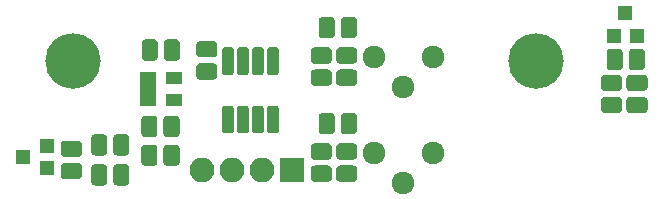
<source format=gbr>
G04 #@! TF.GenerationSoftware,KiCad,Pcbnew,(5.1.5)-3*
G04 #@! TF.CreationDate,2020-07-03T20:52:06-04:00*
G04 #@! TF.ProjectId,HallEffectXY-Endstop,48616c6c-4566-4666-9563-7458592d456e,A*
G04 #@! TF.SameCoordinates,Original*
G04 #@! TF.FileFunction,Soldermask,Top*
G04 #@! TF.FilePolarity,Negative*
%FSLAX46Y46*%
G04 Gerber Fmt 4.6, Leading zero omitted, Abs format (unit mm)*
G04 Created by KiCad (PCBNEW (5.1.5)-3) date 2020-07-03 20:52:06*
%MOMM*%
%LPD*%
G04 APERTURE LIST*
%ADD10C,0.200000*%
%ADD11C,0.100000*%
%ADD12R,1.300000X1.200000*%
%ADD13C,1.924000*%
%ADD14R,1.460000X1.050000*%
%ADD15R,1.200000X1.300000*%
%ADD16O,2.100000X2.100000*%
%ADD17R,2.100000X2.100000*%
%ADD18C,4.700000*%
G04 APERTURE END LIST*
D10*
X128000000Y-98750000D02*
G75*
G03X128000000Y-98750000I-250000J0D01*
G01*
X167250000Y-98750000D02*
G75*
G03X167250000Y-98750000I-250000J0D01*
G01*
D11*
G36*
X149633943Y-103110655D02*
G01*
X149667312Y-103115605D01*
X149700035Y-103123802D01*
X149731797Y-103135166D01*
X149762293Y-103149590D01*
X149791227Y-103166932D01*
X149818323Y-103187028D01*
X149843318Y-103209682D01*
X149865972Y-103234677D01*
X149886068Y-103261773D01*
X149903410Y-103290707D01*
X149917834Y-103321203D01*
X149929198Y-103352965D01*
X149937395Y-103385688D01*
X149942345Y-103419057D01*
X149944000Y-103452750D01*
X149944000Y-104565250D01*
X149942345Y-104598943D01*
X149937395Y-104632312D01*
X149929198Y-104665035D01*
X149917834Y-104696797D01*
X149903410Y-104727293D01*
X149886068Y-104756227D01*
X149865972Y-104783323D01*
X149843318Y-104808318D01*
X149818323Y-104830972D01*
X149791227Y-104851068D01*
X149762293Y-104868410D01*
X149731797Y-104882834D01*
X149700035Y-104894198D01*
X149667312Y-104902395D01*
X149633943Y-104907345D01*
X149600250Y-104909000D01*
X148912750Y-104909000D01*
X148879057Y-104907345D01*
X148845688Y-104902395D01*
X148812965Y-104894198D01*
X148781203Y-104882834D01*
X148750707Y-104868410D01*
X148721773Y-104851068D01*
X148694677Y-104830972D01*
X148669682Y-104808318D01*
X148647028Y-104783323D01*
X148626932Y-104756227D01*
X148609590Y-104727293D01*
X148595166Y-104696797D01*
X148583802Y-104665035D01*
X148575605Y-104632312D01*
X148570655Y-104598943D01*
X148569000Y-104565250D01*
X148569000Y-103452750D01*
X148570655Y-103419057D01*
X148575605Y-103385688D01*
X148583802Y-103352965D01*
X148595166Y-103321203D01*
X148609590Y-103290707D01*
X148626932Y-103261773D01*
X148647028Y-103234677D01*
X148669682Y-103209682D01*
X148694677Y-103187028D01*
X148721773Y-103166932D01*
X148750707Y-103149590D01*
X148781203Y-103135166D01*
X148812965Y-103123802D01*
X148845688Y-103115605D01*
X148879057Y-103110655D01*
X148912750Y-103109000D01*
X149600250Y-103109000D01*
X149633943Y-103110655D01*
G37*
G36*
X151508943Y-103110655D02*
G01*
X151542312Y-103115605D01*
X151575035Y-103123802D01*
X151606797Y-103135166D01*
X151637293Y-103149590D01*
X151666227Y-103166932D01*
X151693323Y-103187028D01*
X151718318Y-103209682D01*
X151740972Y-103234677D01*
X151761068Y-103261773D01*
X151778410Y-103290707D01*
X151792834Y-103321203D01*
X151804198Y-103352965D01*
X151812395Y-103385688D01*
X151817345Y-103419057D01*
X151819000Y-103452750D01*
X151819000Y-104565250D01*
X151817345Y-104598943D01*
X151812395Y-104632312D01*
X151804198Y-104665035D01*
X151792834Y-104696797D01*
X151778410Y-104727293D01*
X151761068Y-104756227D01*
X151740972Y-104783323D01*
X151718318Y-104808318D01*
X151693323Y-104830972D01*
X151666227Y-104851068D01*
X151637293Y-104868410D01*
X151606797Y-104882834D01*
X151575035Y-104894198D01*
X151542312Y-104902395D01*
X151508943Y-104907345D01*
X151475250Y-104909000D01*
X150787750Y-104909000D01*
X150754057Y-104907345D01*
X150720688Y-104902395D01*
X150687965Y-104894198D01*
X150656203Y-104882834D01*
X150625707Y-104868410D01*
X150596773Y-104851068D01*
X150569677Y-104830972D01*
X150544682Y-104808318D01*
X150522028Y-104783323D01*
X150501932Y-104756227D01*
X150484590Y-104727293D01*
X150470166Y-104696797D01*
X150458802Y-104665035D01*
X150450605Y-104632312D01*
X150445655Y-104598943D01*
X150444000Y-104565250D01*
X150444000Y-103452750D01*
X150445655Y-103419057D01*
X150450605Y-103385688D01*
X150458802Y-103352965D01*
X150470166Y-103321203D01*
X150484590Y-103290707D01*
X150501932Y-103261773D01*
X150522028Y-103234677D01*
X150544682Y-103209682D01*
X150569677Y-103187028D01*
X150596773Y-103166932D01*
X150625707Y-103149590D01*
X150656203Y-103135166D01*
X150687965Y-103123802D01*
X150720688Y-103115605D01*
X150754057Y-103110655D01*
X150787750Y-103109000D01*
X151475250Y-103109000D01*
X151508943Y-103110655D01*
G37*
G36*
X151545943Y-105687655D02*
G01*
X151579312Y-105692605D01*
X151612035Y-105700802D01*
X151643797Y-105712166D01*
X151674293Y-105726590D01*
X151703227Y-105743932D01*
X151730323Y-105764028D01*
X151755318Y-105786682D01*
X151777972Y-105811677D01*
X151798068Y-105838773D01*
X151815410Y-105867707D01*
X151829834Y-105898203D01*
X151841198Y-105929965D01*
X151849395Y-105962688D01*
X151854345Y-105996057D01*
X151856000Y-106029750D01*
X151856000Y-106717250D01*
X151854345Y-106750943D01*
X151849395Y-106784312D01*
X151841198Y-106817035D01*
X151829834Y-106848797D01*
X151815410Y-106879293D01*
X151798068Y-106908227D01*
X151777972Y-106935323D01*
X151755318Y-106960318D01*
X151730323Y-106982972D01*
X151703227Y-107003068D01*
X151674293Y-107020410D01*
X151643797Y-107034834D01*
X151612035Y-107046198D01*
X151579312Y-107054395D01*
X151545943Y-107059345D01*
X151512250Y-107061000D01*
X150399750Y-107061000D01*
X150366057Y-107059345D01*
X150332688Y-107054395D01*
X150299965Y-107046198D01*
X150268203Y-107034834D01*
X150237707Y-107020410D01*
X150208773Y-107003068D01*
X150181677Y-106982972D01*
X150156682Y-106960318D01*
X150134028Y-106935323D01*
X150113932Y-106908227D01*
X150096590Y-106879293D01*
X150082166Y-106848797D01*
X150070802Y-106817035D01*
X150062605Y-106784312D01*
X150057655Y-106750943D01*
X150056000Y-106717250D01*
X150056000Y-106029750D01*
X150057655Y-105996057D01*
X150062605Y-105962688D01*
X150070802Y-105929965D01*
X150082166Y-105898203D01*
X150096590Y-105867707D01*
X150113932Y-105838773D01*
X150134028Y-105811677D01*
X150156682Y-105786682D01*
X150181677Y-105764028D01*
X150208773Y-105743932D01*
X150237707Y-105726590D01*
X150268203Y-105712166D01*
X150299965Y-105700802D01*
X150332688Y-105692605D01*
X150366057Y-105687655D01*
X150399750Y-105686000D01*
X151512250Y-105686000D01*
X151545943Y-105687655D01*
G37*
G36*
X151545943Y-107562655D02*
G01*
X151579312Y-107567605D01*
X151612035Y-107575802D01*
X151643797Y-107587166D01*
X151674293Y-107601590D01*
X151703227Y-107618932D01*
X151730323Y-107639028D01*
X151755318Y-107661682D01*
X151777972Y-107686677D01*
X151798068Y-107713773D01*
X151815410Y-107742707D01*
X151829834Y-107773203D01*
X151841198Y-107804965D01*
X151849395Y-107837688D01*
X151854345Y-107871057D01*
X151856000Y-107904750D01*
X151856000Y-108592250D01*
X151854345Y-108625943D01*
X151849395Y-108659312D01*
X151841198Y-108692035D01*
X151829834Y-108723797D01*
X151815410Y-108754293D01*
X151798068Y-108783227D01*
X151777972Y-108810323D01*
X151755318Y-108835318D01*
X151730323Y-108857972D01*
X151703227Y-108878068D01*
X151674293Y-108895410D01*
X151643797Y-108909834D01*
X151612035Y-108921198D01*
X151579312Y-108929395D01*
X151545943Y-108934345D01*
X151512250Y-108936000D01*
X150399750Y-108936000D01*
X150366057Y-108934345D01*
X150332688Y-108929395D01*
X150299965Y-108921198D01*
X150268203Y-108909834D01*
X150237707Y-108895410D01*
X150208773Y-108878068D01*
X150181677Y-108857972D01*
X150156682Y-108835318D01*
X150134028Y-108810323D01*
X150113932Y-108783227D01*
X150096590Y-108754293D01*
X150082166Y-108723797D01*
X150070802Y-108692035D01*
X150062605Y-108659312D01*
X150057655Y-108625943D01*
X150056000Y-108592250D01*
X150056000Y-107904750D01*
X150057655Y-107871057D01*
X150062605Y-107837688D01*
X150070802Y-107804965D01*
X150082166Y-107773203D01*
X150096590Y-107742707D01*
X150113932Y-107713773D01*
X150134028Y-107686677D01*
X150156682Y-107661682D01*
X150181677Y-107639028D01*
X150208773Y-107618932D01*
X150237707Y-107601590D01*
X150268203Y-107587166D01*
X150299965Y-107575802D01*
X150332688Y-107567605D01*
X150366057Y-107562655D01*
X150399750Y-107561000D01*
X151512250Y-107561000D01*
X151545943Y-107562655D01*
G37*
G36*
X149386943Y-105687655D02*
G01*
X149420312Y-105692605D01*
X149453035Y-105700802D01*
X149484797Y-105712166D01*
X149515293Y-105726590D01*
X149544227Y-105743932D01*
X149571323Y-105764028D01*
X149596318Y-105786682D01*
X149618972Y-105811677D01*
X149639068Y-105838773D01*
X149656410Y-105867707D01*
X149670834Y-105898203D01*
X149682198Y-105929965D01*
X149690395Y-105962688D01*
X149695345Y-105996057D01*
X149697000Y-106029750D01*
X149697000Y-106717250D01*
X149695345Y-106750943D01*
X149690395Y-106784312D01*
X149682198Y-106817035D01*
X149670834Y-106848797D01*
X149656410Y-106879293D01*
X149639068Y-106908227D01*
X149618972Y-106935323D01*
X149596318Y-106960318D01*
X149571323Y-106982972D01*
X149544227Y-107003068D01*
X149515293Y-107020410D01*
X149484797Y-107034834D01*
X149453035Y-107046198D01*
X149420312Y-107054395D01*
X149386943Y-107059345D01*
X149353250Y-107061000D01*
X148240750Y-107061000D01*
X148207057Y-107059345D01*
X148173688Y-107054395D01*
X148140965Y-107046198D01*
X148109203Y-107034834D01*
X148078707Y-107020410D01*
X148049773Y-107003068D01*
X148022677Y-106982972D01*
X147997682Y-106960318D01*
X147975028Y-106935323D01*
X147954932Y-106908227D01*
X147937590Y-106879293D01*
X147923166Y-106848797D01*
X147911802Y-106817035D01*
X147903605Y-106784312D01*
X147898655Y-106750943D01*
X147897000Y-106717250D01*
X147897000Y-106029750D01*
X147898655Y-105996057D01*
X147903605Y-105962688D01*
X147911802Y-105929965D01*
X147923166Y-105898203D01*
X147937590Y-105867707D01*
X147954932Y-105838773D01*
X147975028Y-105811677D01*
X147997682Y-105786682D01*
X148022677Y-105764028D01*
X148049773Y-105743932D01*
X148078707Y-105726590D01*
X148109203Y-105712166D01*
X148140965Y-105700802D01*
X148173688Y-105692605D01*
X148207057Y-105687655D01*
X148240750Y-105686000D01*
X149353250Y-105686000D01*
X149386943Y-105687655D01*
G37*
G36*
X149386943Y-107562655D02*
G01*
X149420312Y-107567605D01*
X149453035Y-107575802D01*
X149484797Y-107587166D01*
X149515293Y-107601590D01*
X149544227Y-107618932D01*
X149571323Y-107639028D01*
X149596318Y-107661682D01*
X149618972Y-107686677D01*
X149639068Y-107713773D01*
X149656410Y-107742707D01*
X149670834Y-107773203D01*
X149682198Y-107804965D01*
X149690395Y-107837688D01*
X149695345Y-107871057D01*
X149697000Y-107904750D01*
X149697000Y-108592250D01*
X149695345Y-108625943D01*
X149690395Y-108659312D01*
X149682198Y-108692035D01*
X149670834Y-108723797D01*
X149656410Y-108754293D01*
X149639068Y-108783227D01*
X149618972Y-108810323D01*
X149596318Y-108835318D01*
X149571323Y-108857972D01*
X149544227Y-108878068D01*
X149515293Y-108895410D01*
X149484797Y-108909834D01*
X149453035Y-108921198D01*
X149420312Y-108929395D01*
X149386943Y-108934345D01*
X149353250Y-108936000D01*
X148240750Y-108936000D01*
X148207057Y-108934345D01*
X148173688Y-108929395D01*
X148140965Y-108921198D01*
X148109203Y-108909834D01*
X148078707Y-108895410D01*
X148049773Y-108878068D01*
X148022677Y-108857972D01*
X147997682Y-108835318D01*
X147975028Y-108810323D01*
X147954932Y-108783227D01*
X147937590Y-108754293D01*
X147923166Y-108723797D01*
X147911802Y-108692035D01*
X147903605Y-108659312D01*
X147898655Y-108625943D01*
X147897000Y-108592250D01*
X147897000Y-107904750D01*
X147898655Y-107871057D01*
X147903605Y-107837688D01*
X147911802Y-107804965D01*
X147923166Y-107773203D01*
X147937590Y-107742707D01*
X147954932Y-107713773D01*
X147975028Y-107686677D01*
X147997682Y-107661682D01*
X148022677Y-107639028D01*
X148049773Y-107618932D01*
X148078707Y-107601590D01*
X148109203Y-107587166D01*
X148140965Y-107575802D01*
X148173688Y-107567605D01*
X148207057Y-107562655D01*
X148240750Y-107561000D01*
X149353250Y-107561000D01*
X149386943Y-107562655D01*
G37*
G36*
X128226443Y-107336655D02*
G01*
X128259812Y-107341605D01*
X128292535Y-107349802D01*
X128324297Y-107361166D01*
X128354793Y-107375590D01*
X128383727Y-107392932D01*
X128410823Y-107413028D01*
X128435818Y-107435682D01*
X128458472Y-107460677D01*
X128478568Y-107487773D01*
X128495910Y-107516707D01*
X128510334Y-107547203D01*
X128521698Y-107578965D01*
X128529895Y-107611688D01*
X128534845Y-107645057D01*
X128536500Y-107678750D01*
X128536500Y-108366250D01*
X128534845Y-108399943D01*
X128529895Y-108433312D01*
X128521698Y-108466035D01*
X128510334Y-108497797D01*
X128495910Y-108528293D01*
X128478568Y-108557227D01*
X128458472Y-108584323D01*
X128435818Y-108609318D01*
X128410823Y-108631972D01*
X128383727Y-108652068D01*
X128354793Y-108669410D01*
X128324297Y-108683834D01*
X128292535Y-108695198D01*
X128259812Y-108703395D01*
X128226443Y-108708345D01*
X128192750Y-108710000D01*
X127080250Y-108710000D01*
X127046557Y-108708345D01*
X127013188Y-108703395D01*
X126980465Y-108695198D01*
X126948703Y-108683834D01*
X126918207Y-108669410D01*
X126889273Y-108652068D01*
X126862177Y-108631972D01*
X126837182Y-108609318D01*
X126814528Y-108584323D01*
X126794432Y-108557227D01*
X126777090Y-108528293D01*
X126762666Y-108497797D01*
X126751302Y-108466035D01*
X126743105Y-108433312D01*
X126738155Y-108399943D01*
X126736500Y-108366250D01*
X126736500Y-107678750D01*
X126738155Y-107645057D01*
X126743105Y-107611688D01*
X126751302Y-107578965D01*
X126762666Y-107547203D01*
X126777090Y-107516707D01*
X126794432Y-107487773D01*
X126814528Y-107460677D01*
X126837182Y-107435682D01*
X126862177Y-107413028D01*
X126889273Y-107392932D01*
X126918207Y-107375590D01*
X126948703Y-107361166D01*
X126980465Y-107349802D01*
X127013188Y-107341605D01*
X127046557Y-107336655D01*
X127080250Y-107335000D01*
X128192750Y-107335000D01*
X128226443Y-107336655D01*
G37*
G36*
X128226443Y-105461655D02*
G01*
X128259812Y-105466605D01*
X128292535Y-105474802D01*
X128324297Y-105486166D01*
X128354793Y-105500590D01*
X128383727Y-105517932D01*
X128410823Y-105538028D01*
X128435818Y-105560682D01*
X128458472Y-105585677D01*
X128478568Y-105612773D01*
X128495910Y-105641707D01*
X128510334Y-105672203D01*
X128521698Y-105703965D01*
X128529895Y-105736688D01*
X128534845Y-105770057D01*
X128536500Y-105803750D01*
X128536500Y-106491250D01*
X128534845Y-106524943D01*
X128529895Y-106558312D01*
X128521698Y-106591035D01*
X128510334Y-106622797D01*
X128495910Y-106653293D01*
X128478568Y-106682227D01*
X128458472Y-106709323D01*
X128435818Y-106734318D01*
X128410823Y-106756972D01*
X128383727Y-106777068D01*
X128354793Y-106794410D01*
X128324297Y-106808834D01*
X128292535Y-106820198D01*
X128259812Y-106828395D01*
X128226443Y-106833345D01*
X128192750Y-106835000D01*
X127080250Y-106835000D01*
X127046557Y-106833345D01*
X127013188Y-106828395D01*
X126980465Y-106820198D01*
X126948703Y-106808834D01*
X126918207Y-106794410D01*
X126889273Y-106777068D01*
X126862177Y-106756972D01*
X126837182Y-106734318D01*
X126814528Y-106709323D01*
X126794432Y-106682227D01*
X126777090Y-106653293D01*
X126762666Y-106622797D01*
X126751302Y-106591035D01*
X126743105Y-106558312D01*
X126738155Y-106524943D01*
X126736500Y-106491250D01*
X126736500Y-105803750D01*
X126738155Y-105770057D01*
X126743105Y-105736688D01*
X126751302Y-105703965D01*
X126762666Y-105672203D01*
X126777090Y-105641707D01*
X126794432Y-105612773D01*
X126814528Y-105585677D01*
X126837182Y-105560682D01*
X126862177Y-105538028D01*
X126889273Y-105517932D01*
X126918207Y-105500590D01*
X126948703Y-105486166D01*
X126980465Y-105474802D01*
X127013188Y-105466605D01*
X127046557Y-105461655D01*
X127080250Y-105460000D01*
X128192750Y-105460000D01*
X128226443Y-105461655D01*
G37*
G36*
X130378443Y-107456655D02*
G01*
X130411812Y-107461605D01*
X130444535Y-107469802D01*
X130476297Y-107481166D01*
X130506793Y-107495590D01*
X130535727Y-107512932D01*
X130562823Y-107533028D01*
X130587818Y-107555682D01*
X130610472Y-107580677D01*
X130630568Y-107607773D01*
X130647910Y-107636707D01*
X130662334Y-107667203D01*
X130673698Y-107698965D01*
X130681895Y-107731688D01*
X130686845Y-107765057D01*
X130688500Y-107798750D01*
X130688500Y-108911250D01*
X130686845Y-108944943D01*
X130681895Y-108978312D01*
X130673698Y-109011035D01*
X130662334Y-109042797D01*
X130647910Y-109073293D01*
X130630568Y-109102227D01*
X130610472Y-109129323D01*
X130587818Y-109154318D01*
X130562823Y-109176972D01*
X130535727Y-109197068D01*
X130506793Y-109214410D01*
X130476297Y-109228834D01*
X130444535Y-109240198D01*
X130411812Y-109248395D01*
X130378443Y-109253345D01*
X130344750Y-109255000D01*
X129657250Y-109255000D01*
X129623557Y-109253345D01*
X129590188Y-109248395D01*
X129557465Y-109240198D01*
X129525703Y-109228834D01*
X129495207Y-109214410D01*
X129466273Y-109197068D01*
X129439177Y-109176972D01*
X129414182Y-109154318D01*
X129391528Y-109129323D01*
X129371432Y-109102227D01*
X129354090Y-109073293D01*
X129339666Y-109042797D01*
X129328302Y-109011035D01*
X129320105Y-108978312D01*
X129315155Y-108944943D01*
X129313500Y-108911250D01*
X129313500Y-107798750D01*
X129315155Y-107765057D01*
X129320105Y-107731688D01*
X129328302Y-107698965D01*
X129339666Y-107667203D01*
X129354090Y-107636707D01*
X129371432Y-107607773D01*
X129391528Y-107580677D01*
X129414182Y-107555682D01*
X129439177Y-107533028D01*
X129466273Y-107512932D01*
X129495207Y-107495590D01*
X129525703Y-107481166D01*
X129557465Y-107469802D01*
X129590188Y-107461605D01*
X129623557Y-107456655D01*
X129657250Y-107455000D01*
X130344750Y-107455000D01*
X130378443Y-107456655D01*
G37*
G36*
X132253443Y-107456655D02*
G01*
X132286812Y-107461605D01*
X132319535Y-107469802D01*
X132351297Y-107481166D01*
X132381793Y-107495590D01*
X132410727Y-107512932D01*
X132437823Y-107533028D01*
X132462818Y-107555682D01*
X132485472Y-107580677D01*
X132505568Y-107607773D01*
X132522910Y-107636707D01*
X132537334Y-107667203D01*
X132548698Y-107698965D01*
X132556895Y-107731688D01*
X132561845Y-107765057D01*
X132563500Y-107798750D01*
X132563500Y-108911250D01*
X132561845Y-108944943D01*
X132556895Y-108978312D01*
X132548698Y-109011035D01*
X132537334Y-109042797D01*
X132522910Y-109073293D01*
X132505568Y-109102227D01*
X132485472Y-109129323D01*
X132462818Y-109154318D01*
X132437823Y-109176972D01*
X132410727Y-109197068D01*
X132381793Y-109214410D01*
X132351297Y-109228834D01*
X132319535Y-109240198D01*
X132286812Y-109248395D01*
X132253443Y-109253345D01*
X132219750Y-109255000D01*
X131532250Y-109255000D01*
X131498557Y-109253345D01*
X131465188Y-109248395D01*
X131432465Y-109240198D01*
X131400703Y-109228834D01*
X131370207Y-109214410D01*
X131341273Y-109197068D01*
X131314177Y-109176972D01*
X131289182Y-109154318D01*
X131266528Y-109129323D01*
X131246432Y-109102227D01*
X131229090Y-109073293D01*
X131214666Y-109042797D01*
X131203302Y-109011035D01*
X131195105Y-108978312D01*
X131190155Y-108944943D01*
X131188500Y-108911250D01*
X131188500Y-107798750D01*
X131190155Y-107765057D01*
X131195105Y-107731688D01*
X131203302Y-107698965D01*
X131214666Y-107667203D01*
X131229090Y-107636707D01*
X131246432Y-107607773D01*
X131266528Y-107580677D01*
X131289182Y-107555682D01*
X131314177Y-107533028D01*
X131341273Y-107512932D01*
X131370207Y-107495590D01*
X131400703Y-107481166D01*
X131432465Y-107469802D01*
X131465188Y-107461605D01*
X131498557Y-107456655D01*
X131532250Y-107455000D01*
X132219750Y-107455000D01*
X132253443Y-107456655D01*
G37*
D12*
X125588500Y-107781000D03*
X125588500Y-105881000D03*
X123588500Y-106831000D03*
D11*
G36*
X130378443Y-104916655D02*
G01*
X130411812Y-104921605D01*
X130444535Y-104929802D01*
X130476297Y-104941166D01*
X130506793Y-104955590D01*
X130535727Y-104972932D01*
X130562823Y-104993028D01*
X130587818Y-105015682D01*
X130610472Y-105040677D01*
X130630568Y-105067773D01*
X130647910Y-105096707D01*
X130662334Y-105127203D01*
X130673698Y-105158965D01*
X130681895Y-105191688D01*
X130686845Y-105225057D01*
X130688500Y-105258750D01*
X130688500Y-106371250D01*
X130686845Y-106404943D01*
X130681895Y-106438312D01*
X130673698Y-106471035D01*
X130662334Y-106502797D01*
X130647910Y-106533293D01*
X130630568Y-106562227D01*
X130610472Y-106589323D01*
X130587818Y-106614318D01*
X130562823Y-106636972D01*
X130535727Y-106657068D01*
X130506793Y-106674410D01*
X130476297Y-106688834D01*
X130444535Y-106700198D01*
X130411812Y-106708395D01*
X130378443Y-106713345D01*
X130344750Y-106715000D01*
X129657250Y-106715000D01*
X129623557Y-106713345D01*
X129590188Y-106708395D01*
X129557465Y-106700198D01*
X129525703Y-106688834D01*
X129495207Y-106674410D01*
X129466273Y-106657068D01*
X129439177Y-106636972D01*
X129414182Y-106614318D01*
X129391528Y-106589323D01*
X129371432Y-106562227D01*
X129354090Y-106533293D01*
X129339666Y-106502797D01*
X129328302Y-106471035D01*
X129320105Y-106438312D01*
X129315155Y-106404943D01*
X129313500Y-106371250D01*
X129313500Y-105258750D01*
X129315155Y-105225057D01*
X129320105Y-105191688D01*
X129328302Y-105158965D01*
X129339666Y-105127203D01*
X129354090Y-105096707D01*
X129371432Y-105067773D01*
X129391528Y-105040677D01*
X129414182Y-105015682D01*
X129439177Y-104993028D01*
X129466273Y-104972932D01*
X129495207Y-104955590D01*
X129525703Y-104941166D01*
X129557465Y-104929802D01*
X129590188Y-104921605D01*
X129623557Y-104916655D01*
X129657250Y-104915000D01*
X130344750Y-104915000D01*
X130378443Y-104916655D01*
G37*
G36*
X132253443Y-104916655D02*
G01*
X132286812Y-104921605D01*
X132319535Y-104929802D01*
X132351297Y-104941166D01*
X132381793Y-104955590D01*
X132410727Y-104972932D01*
X132437823Y-104993028D01*
X132462818Y-105015682D01*
X132485472Y-105040677D01*
X132505568Y-105067773D01*
X132522910Y-105096707D01*
X132537334Y-105127203D01*
X132548698Y-105158965D01*
X132556895Y-105191688D01*
X132561845Y-105225057D01*
X132563500Y-105258750D01*
X132563500Y-106371250D01*
X132561845Y-106404943D01*
X132556895Y-106438312D01*
X132548698Y-106471035D01*
X132537334Y-106502797D01*
X132522910Y-106533293D01*
X132505568Y-106562227D01*
X132485472Y-106589323D01*
X132462818Y-106614318D01*
X132437823Y-106636972D01*
X132410727Y-106657068D01*
X132381793Y-106674410D01*
X132351297Y-106688834D01*
X132319535Y-106700198D01*
X132286812Y-106708395D01*
X132253443Y-106713345D01*
X132219750Y-106715000D01*
X131532250Y-106715000D01*
X131498557Y-106713345D01*
X131465188Y-106708395D01*
X131432465Y-106700198D01*
X131400703Y-106688834D01*
X131370207Y-106674410D01*
X131341273Y-106657068D01*
X131314177Y-106636972D01*
X131289182Y-106614318D01*
X131266528Y-106589323D01*
X131246432Y-106562227D01*
X131229090Y-106533293D01*
X131214666Y-106502797D01*
X131203302Y-106471035D01*
X131195105Y-106438312D01*
X131190155Y-106404943D01*
X131188500Y-106371250D01*
X131188500Y-105258750D01*
X131190155Y-105225057D01*
X131195105Y-105191688D01*
X131203302Y-105158965D01*
X131214666Y-105127203D01*
X131229090Y-105096707D01*
X131246432Y-105067773D01*
X131266528Y-105040677D01*
X131289182Y-105015682D01*
X131314177Y-104993028D01*
X131341273Y-104972932D01*
X131370207Y-104955590D01*
X131400703Y-104941166D01*
X131432465Y-104929802D01*
X131465188Y-104921605D01*
X131498557Y-104916655D01*
X131532250Y-104915000D01*
X132219750Y-104915000D01*
X132253443Y-104916655D01*
G37*
G36*
X141169504Y-102501204D02*
G01*
X141193773Y-102504804D01*
X141217571Y-102510765D01*
X141240671Y-102519030D01*
X141262849Y-102529520D01*
X141283893Y-102542133D01*
X141303598Y-102556747D01*
X141321777Y-102573223D01*
X141338253Y-102591402D01*
X141352867Y-102611107D01*
X141365480Y-102632151D01*
X141375970Y-102654329D01*
X141384235Y-102677429D01*
X141390196Y-102701227D01*
X141393796Y-102725496D01*
X141395000Y-102750000D01*
X141395000Y-104600000D01*
X141393796Y-104624504D01*
X141390196Y-104648773D01*
X141384235Y-104672571D01*
X141375970Y-104695671D01*
X141365480Y-104717849D01*
X141352867Y-104738893D01*
X141338253Y-104758598D01*
X141321777Y-104776777D01*
X141303598Y-104793253D01*
X141283893Y-104807867D01*
X141262849Y-104820480D01*
X141240671Y-104830970D01*
X141217571Y-104839235D01*
X141193773Y-104845196D01*
X141169504Y-104848796D01*
X141145000Y-104850000D01*
X140645000Y-104850000D01*
X140620496Y-104848796D01*
X140596227Y-104845196D01*
X140572429Y-104839235D01*
X140549329Y-104830970D01*
X140527151Y-104820480D01*
X140506107Y-104807867D01*
X140486402Y-104793253D01*
X140468223Y-104776777D01*
X140451747Y-104758598D01*
X140437133Y-104738893D01*
X140424520Y-104717849D01*
X140414030Y-104695671D01*
X140405765Y-104672571D01*
X140399804Y-104648773D01*
X140396204Y-104624504D01*
X140395000Y-104600000D01*
X140395000Y-102750000D01*
X140396204Y-102725496D01*
X140399804Y-102701227D01*
X140405765Y-102677429D01*
X140414030Y-102654329D01*
X140424520Y-102632151D01*
X140437133Y-102611107D01*
X140451747Y-102591402D01*
X140468223Y-102573223D01*
X140486402Y-102556747D01*
X140506107Y-102542133D01*
X140527151Y-102529520D01*
X140549329Y-102519030D01*
X140572429Y-102510765D01*
X140596227Y-102504804D01*
X140620496Y-102501204D01*
X140645000Y-102500000D01*
X141145000Y-102500000D01*
X141169504Y-102501204D01*
G37*
G36*
X142439504Y-102501204D02*
G01*
X142463773Y-102504804D01*
X142487571Y-102510765D01*
X142510671Y-102519030D01*
X142532849Y-102529520D01*
X142553893Y-102542133D01*
X142573598Y-102556747D01*
X142591777Y-102573223D01*
X142608253Y-102591402D01*
X142622867Y-102611107D01*
X142635480Y-102632151D01*
X142645970Y-102654329D01*
X142654235Y-102677429D01*
X142660196Y-102701227D01*
X142663796Y-102725496D01*
X142665000Y-102750000D01*
X142665000Y-104600000D01*
X142663796Y-104624504D01*
X142660196Y-104648773D01*
X142654235Y-104672571D01*
X142645970Y-104695671D01*
X142635480Y-104717849D01*
X142622867Y-104738893D01*
X142608253Y-104758598D01*
X142591777Y-104776777D01*
X142573598Y-104793253D01*
X142553893Y-104807867D01*
X142532849Y-104820480D01*
X142510671Y-104830970D01*
X142487571Y-104839235D01*
X142463773Y-104845196D01*
X142439504Y-104848796D01*
X142415000Y-104850000D01*
X141915000Y-104850000D01*
X141890496Y-104848796D01*
X141866227Y-104845196D01*
X141842429Y-104839235D01*
X141819329Y-104830970D01*
X141797151Y-104820480D01*
X141776107Y-104807867D01*
X141756402Y-104793253D01*
X141738223Y-104776777D01*
X141721747Y-104758598D01*
X141707133Y-104738893D01*
X141694520Y-104717849D01*
X141684030Y-104695671D01*
X141675765Y-104672571D01*
X141669804Y-104648773D01*
X141666204Y-104624504D01*
X141665000Y-104600000D01*
X141665000Y-102750000D01*
X141666204Y-102725496D01*
X141669804Y-102701227D01*
X141675765Y-102677429D01*
X141684030Y-102654329D01*
X141694520Y-102632151D01*
X141707133Y-102611107D01*
X141721747Y-102591402D01*
X141738223Y-102573223D01*
X141756402Y-102556747D01*
X141776107Y-102542133D01*
X141797151Y-102529520D01*
X141819329Y-102519030D01*
X141842429Y-102510765D01*
X141866227Y-102504804D01*
X141890496Y-102501204D01*
X141915000Y-102500000D01*
X142415000Y-102500000D01*
X142439504Y-102501204D01*
G37*
G36*
X143709504Y-102501204D02*
G01*
X143733773Y-102504804D01*
X143757571Y-102510765D01*
X143780671Y-102519030D01*
X143802849Y-102529520D01*
X143823893Y-102542133D01*
X143843598Y-102556747D01*
X143861777Y-102573223D01*
X143878253Y-102591402D01*
X143892867Y-102611107D01*
X143905480Y-102632151D01*
X143915970Y-102654329D01*
X143924235Y-102677429D01*
X143930196Y-102701227D01*
X143933796Y-102725496D01*
X143935000Y-102750000D01*
X143935000Y-104600000D01*
X143933796Y-104624504D01*
X143930196Y-104648773D01*
X143924235Y-104672571D01*
X143915970Y-104695671D01*
X143905480Y-104717849D01*
X143892867Y-104738893D01*
X143878253Y-104758598D01*
X143861777Y-104776777D01*
X143843598Y-104793253D01*
X143823893Y-104807867D01*
X143802849Y-104820480D01*
X143780671Y-104830970D01*
X143757571Y-104839235D01*
X143733773Y-104845196D01*
X143709504Y-104848796D01*
X143685000Y-104850000D01*
X143185000Y-104850000D01*
X143160496Y-104848796D01*
X143136227Y-104845196D01*
X143112429Y-104839235D01*
X143089329Y-104830970D01*
X143067151Y-104820480D01*
X143046107Y-104807867D01*
X143026402Y-104793253D01*
X143008223Y-104776777D01*
X142991747Y-104758598D01*
X142977133Y-104738893D01*
X142964520Y-104717849D01*
X142954030Y-104695671D01*
X142945765Y-104672571D01*
X142939804Y-104648773D01*
X142936204Y-104624504D01*
X142935000Y-104600000D01*
X142935000Y-102750000D01*
X142936204Y-102725496D01*
X142939804Y-102701227D01*
X142945765Y-102677429D01*
X142954030Y-102654329D01*
X142964520Y-102632151D01*
X142977133Y-102611107D01*
X142991747Y-102591402D01*
X143008223Y-102573223D01*
X143026402Y-102556747D01*
X143046107Y-102542133D01*
X143067151Y-102529520D01*
X143089329Y-102519030D01*
X143112429Y-102510765D01*
X143136227Y-102504804D01*
X143160496Y-102501204D01*
X143185000Y-102500000D01*
X143685000Y-102500000D01*
X143709504Y-102501204D01*
G37*
G36*
X144979504Y-102501204D02*
G01*
X145003773Y-102504804D01*
X145027571Y-102510765D01*
X145050671Y-102519030D01*
X145072849Y-102529520D01*
X145093893Y-102542133D01*
X145113598Y-102556747D01*
X145131777Y-102573223D01*
X145148253Y-102591402D01*
X145162867Y-102611107D01*
X145175480Y-102632151D01*
X145185970Y-102654329D01*
X145194235Y-102677429D01*
X145200196Y-102701227D01*
X145203796Y-102725496D01*
X145205000Y-102750000D01*
X145205000Y-104600000D01*
X145203796Y-104624504D01*
X145200196Y-104648773D01*
X145194235Y-104672571D01*
X145185970Y-104695671D01*
X145175480Y-104717849D01*
X145162867Y-104738893D01*
X145148253Y-104758598D01*
X145131777Y-104776777D01*
X145113598Y-104793253D01*
X145093893Y-104807867D01*
X145072849Y-104820480D01*
X145050671Y-104830970D01*
X145027571Y-104839235D01*
X145003773Y-104845196D01*
X144979504Y-104848796D01*
X144955000Y-104850000D01*
X144455000Y-104850000D01*
X144430496Y-104848796D01*
X144406227Y-104845196D01*
X144382429Y-104839235D01*
X144359329Y-104830970D01*
X144337151Y-104820480D01*
X144316107Y-104807867D01*
X144296402Y-104793253D01*
X144278223Y-104776777D01*
X144261747Y-104758598D01*
X144247133Y-104738893D01*
X144234520Y-104717849D01*
X144224030Y-104695671D01*
X144215765Y-104672571D01*
X144209804Y-104648773D01*
X144206204Y-104624504D01*
X144205000Y-104600000D01*
X144205000Y-102750000D01*
X144206204Y-102725496D01*
X144209804Y-102701227D01*
X144215765Y-102677429D01*
X144224030Y-102654329D01*
X144234520Y-102632151D01*
X144247133Y-102611107D01*
X144261747Y-102591402D01*
X144278223Y-102573223D01*
X144296402Y-102556747D01*
X144316107Y-102542133D01*
X144337151Y-102529520D01*
X144359329Y-102519030D01*
X144382429Y-102510765D01*
X144406227Y-102504804D01*
X144430496Y-102501204D01*
X144455000Y-102500000D01*
X144955000Y-102500000D01*
X144979504Y-102501204D01*
G37*
G36*
X144979504Y-97551204D02*
G01*
X145003773Y-97554804D01*
X145027571Y-97560765D01*
X145050671Y-97569030D01*
X145072849Y-97579520D01*
X145093893Y-97592133D01*
X145113598Y-97606747D01*
X145131777Y-97623223D01*
X145148253Y-97641402D01*
X145162867Y-97661107D01*
X145175480Y-97682151D01*
X145185970Y-97704329D01*
X145194235Y-97727429D01*
X145200196Y-97751227D01*
X145203796Y-97775496D01*
X145205000Y-97800000D01*
X145205000Y-99650000D01*
X145203796Y-99674504D01*
X145200196Y-99698773D01*
X145194235Y-99722571D01*
X145185970Y-99745671D01*
X145175480Y-99767849D01*
X145162867Y-99788893D01*
X145148253Y-99808598D01*
X145131777Y-99826777D01*
X145113598Y-99843253D01*
X145093893Y-99857867D01*
X145072849Y-99870480D01*
X145050671Y-99880970D01*
X145027571Y-99889235D01*
X145003773Y-99895196D01*
X144979504Y-99898796D01*
X144955000Y-99900000D01*
X144455000Y-99900000D01*
X144430496Y-99898796D01*
X144406227Y-99895196D01*
X144382429Y-99889235D01*
X144359329Y-99880970D01*
X144337151Y-99870480D01*
X144316107Y-99857867D01*
X144296402Y-99843253D01*
X144278223Y-99826777D01*
X144261747Y-99808598D01*
X144247133Y-99788893D01*
X144234520Y-99767849D01*
X144224030Y-99745671D01*
X144215765Y-99722571D01*
X144209804Y-99698773D01*
X144206204Y-99674504D01*
X144205000Y-99650000D01*
X144205000Y-97800000D01*
X144206204Y-97775496D01*
X144209804Y-97751227D01*
X144215765Y-97727429D01*
X144224030Y-97704329D01*
X144234520Y-97682151D01*
X144247133Y-97661107D01*
X144261747Y-97641402D01*
X144278223Y-97623223D01*
X144296402Y-97606747D01*
X144316107Y-97592133D01*
X144337151Y-97579520D01*
X144359329Y-97569030D01*
X144382429Y-97560765D01*
X144406227Y-97554804D01*
X144430496Y-97551204D01*
X144455000Y-97550000D01*
X144955000Y-97550000D01*
X144979504Y-97551204D01*
G37*
G36*
X143709504Y-97551204D02*
G01*
X143733773Y-97554804D01*
X143757571Y-97560765D01*
X143780671Y-97569030D01*
X143802849Y-97579520D01*
X143823893Y-97592133D01*
X143843598Y-97606747D01*
X143861777Y-97623223D01*
X143878253Y-97641402D01*
X143892867Y-97661107D01*
X143905480Y-97682151D01*
X143915970Y-97704329D01*
X143924235Y-97727429D01*
X143930196Y-97751227D01*
X143933796Y-97775496D01*
X143935000Y-97800000D01*
X143935000Y-99650000D01*
X143933796Y-99674504D01*
X143930196Y-99698773D01*
X143924235Y-99722571D01*
X143915970Y-99745671D01*
X143905480Y-99767849D01*
X143892867Y-99788893D01*
X143878253Y-99808598D01*
X143861777Y-99826777D01*
X143843598Y-99843253D01*
X143823893Y-99857867D01*
X143802849Y-99870480D01*
X143780671Y-99880970D01*
X143757571Y-99889235D01*
X143733773Y-99895196D01*
X143709504Y-99898796D01*
X143685000Y-99900000D01*
X143185000Y-99900000D01*
X143160496Y-99898796D01*
X143136227Y-99895196D01*
X143112429Y-99889235D01*
X143089329Y-99880970D01*
X143067151Y-99870480D01*
X143046107Y-99857867D01*
X143026402Y-99843253D01*
X143008223Y-99826777D01*
X142991747Y-99808598D01*
X142977133Y-99788893D01*
X142964520Y-99767849D01*
X142954030Y-99745671D01*
X142945765Y-99722571D01*
X142939804Y-99698773D01*
X142936204Y-99674504D01*
X142935000Y-99650000D01*
X142935000Y-97800000D01*
X142936204Y-97775496D01*
X142939804Y-97751227D01*
X142945765Y-97727429D01*
X142954030Y-97704329D01*
X142964520Y-97682151D01*
X142977133Y-97661107D01*
X142991747Y-97641402D01*
X143008223Y-97623223D01*
X143026402Y-97606747D01*
X143046107Y-97592133D01*
X143067151Y-97579520D01*
X143089329Y-97569030D01*
X143112429Y-97560765D01*
X143136227Y-97554804D01*
X143160496Y-97551204D01*
X143185000Y-97550000D01*
X143685000Y-97550000D01*
X143709504Y-97551204D01*
G37*
G36*
X142439504Y-97551204D02*
G01*
X142463773Y-97554804D01*
X142487571Y-97560765D01*
X142510671Y-97569030D01*
X142532849Y-97579520D01*
X142553893Y-97592133D01*
X142573598Y-97606747D01*
X142591777Y-97623223D01*
X142608253Y-97641402D01*
X142622867Y-97661107D01*
X142635480Y-97682151D01*
X142645970Y-97704329D01*
X142654235Y-97727429D01*
X142660196Y-97751227D01*
X142663796Y-97775496D01*
X142665000Y-97800000D01*
X142665000Y-99650000D01*
X142663796Y-99674504D01*
X142660196Y-99698773D01*
X142654235Y-99722571D01*
X142645970Y-99745671D01*
X142635480Y-99767849D01*
X142622867Y-99788893D01*
X142608253Y-99808598D01*
X142591777Y-99826777D01*
X142573598Y-99843253D01*
X142553893Y-99857867D01*
X142532849Y-99870480D01*
X142510671Y-99880970D01*
X142487571Y-99889235D01*
X142463773Y-99895196D01*
X142439504Y-99898796D01*
X142415000Y-99900000D01*
X141915000Y-99900000D01*
X141890496Y-99898796D01*
X141866227Y-99895196D01*
X141842429Y-99889235D01*
X141819329Y-99880970D01*
X141797151Y-99870480D01*
X141776107Y-99857867D01*
X141756402Y-99843253D01*
X141738223Y-99826777D01*
X141721747Y-99808598D01*
X141707133Y-99788893D01*
X141694520Y-99767849D01*
X141684030Y-99745671D01*
X141675765Y-99722571D01*
X141669804Y-99698773D01*
X141666204Y-99674504D01*
X141665000Y-99650000D01*
X141665000Y-97800000D01*
X141666204Y-97775496D01*
X141669804Y-97751227D01*
X141675765Y-97727429D01*
X141684030Y-97704329D01*
X141694520Y-97682151D01*
X141707133Y-97661107D01*
X141721747Y-97641402D01*
X141738223Y-97623223D01*
X141756402Y-97606747D01*
X141776107Y-97592133D01*
X141797151Y-97579520D01*
X141819329Y-97569030D01*
X141842429Y-97560765D01*
X141866227Y-97554804D01*
X141890496Y-97551204D01*
X141915000Y-97550000D01*
X142415000Y-97550000D01*
X142439504Y-97551204D01*
G37*
G36*
X141169504Y-97551204D02*
G01*
X141193773Y-97554804D01*
X141217571Y-97560765D01*
X141240671Y-97569030D01*
X141262849Y-97579520D01*
X141283893Y-97592133D01*
X141303598Y-97606747D01*
X141321777Y-97623223D01*
X141338253Y-97641402D01*
X141352867Y-97661107D01*
X141365480Y-97682151D01*
X141375970Y-97704329D01*
X141384235Y-97727429D01*
X141390196Y-97751227D01*
X141393796Y-97775496D01*
X141395000Y-97800000D01*
X141395000Y-99650000D01*
X141393796Y-99674504D01*
X141390196Y-99698773D01*
X141384235Y-99722571D01*
X141375970Y-99745671D01*
X141365480Y-99767849D01*
X141352867Y-99788893D01*
X141338253Y-99808598D01*
X141321777Y-99826777D01*
X141303598Y-99843253D01*
X141283893Y-99857867D01*
X141262849Y-99870480D01*
X141240671Y-99880970D01*
X141217571Y-99889235D01*
X141193773Y-99895196D01*
X141169504Y-99898796D01*
X141145000Y-99900000D01*
X140645000Y-99900000D01*
X140620496Y-99898796D01*
X140596227Y-99895196D01*
X140572429Y-99889235D01*
X140549329Y-99880970D01*
X140527151Y-99870480D01*
X140506107Y-99857867D01*
X140486402Y-99843253D01*
X140468223Y-99826777D01*
X140451747Y-99808598D01*
X140437133Y-99788893D01*
X140424520Y-99767849D01*
X140414030Y-99745671D01*
X140405765Y-99722571D01*
X140399804Y-99698773D01*
X140396204Y-99674504D01*
X140395000Y-99650000D01*
X140395000Y-97800000D01*
X140396204Y-97775496D01*
X140399804Y-97751227D01*
X140405765Y-97727429D01*
X140414030Y-97704329D01*
X140424520Y-97682151D01*
X140437133Y-97661107D01*
X140451747Y-97641402D01*
X140468223Y-97623223D01*
X140486402Y-97606747D01*
X140506107Y-97592133D01*
X140527151Y-97579520D01*
X140549329Y-97569030D01*
X140572429Y-97560765D01*
X140596227Y-97554804D01*
X140620496Y-97551204D01*
X140645000Y-97550000D01*
X141145000Y-97550000D01*
X141169504Y-97551204D01*
G37*
D13*
X158254000Y-106534000D03*
X155754000Y-109034000D03*
X153254000Y-106534000D03*
X158254000Y-98406000D03*
X155754000Y-100906000D03*
X153254000Y-98406000D03*
D14*
X136308000Y-100138000D03*
X136308000Y-102038000D03*
X134108000Y-102038000D03*
X134108000Y-101088000D03*
X134108000Y-100138000D03*
D15*
X174550000Y-94612000D03*
X175500000Y-96612000D03*
X173600000Y-96612000D03*
D11*
G36*
X173961443Y-101750655D02*
G01*
X173994812Y-101755605D01*
X174027535Y-101763802D01*
X174059297Y-101775166D01*
X174089793Y-101789590D01*
X174118727Y-101806932D01*
X174145823Y-101827028D01*
X174170818Y-101849682D01*
X174193472Y-101874677D01*
X174213568Y-101901773D01*
X174230910Y-101930707D01*
X174245334Y-101961203D01*
X174256698Y-101992965D01*
X174264895Y-102025688D01*
X174269845Y-102059057D01*
X174271500Y-102092750D01*
X174271500Y-102780250D01*
X174269845Y-102813943D01*
X174264895Y-102847312D01*
X174256698Y-102880035D01*
X174245334Y-102911797D01*
X174230910Y-102942293D01*
X174213568Y-102971227D01*
X174193472Y-102998323D01*
X174170818Y-103023318D01*
X174145823Y-103045972D01*
X174118727Y-103066068D01*
X174089793Y-103083410D01*
X174059297Y-103097834D01*
X174027535Y-103109198D01*
X173994812Y-103117395D01*
X173961443Y-103122345D01*
X173927750Y-103124000D01*
X172815250Y-103124000D01*
X172781557Y-103122345D01*
X172748188Y-103117395D01*
X172715465Y-103109198D01*
X172683703Y-103097834D01*
X172653207Y-103083410D01*
X172624273Y-103066068D01*
X172597177Y-103045972D01*
X172572182Y-103023318D01*
X172549528Y-102998323D01*
X172529432Y-102971227D01*
X172512090Y-102942293D01*
X172497666Y-102911797D01*
X172486302Y-102880035D01*
X172478105Y-102847312D01*
X172473155Y-102813943D01*
X172471500Y-102780250D01*
X172471500Y-102092750D01*
X172473155Y-102059057D01*
X172478105Y-102025688D01*
X172486302Y-101992965D01*
X172497666Y-101961203D01*
X172512090Y-101930707D01*
X172529432Y-101901773D01*
X172549528Y-101874677D01*
X172572182Y-101849682D01*
X172597177Y-101827028D01*
X172624273Y-101806932D01*
X172653207Y-101789590D01*
X172683703Y-101775166D01*
X172715465Y-101763802D01*
X172748188Y-101755605D01*
X172781557Y-101750655D01*
X172815250Y-101749000D01*
X173927750Y-101749000D01*
X173961443Y-101750655D01*
G37*
G36*
X173961443Y-99875655D02*
G01*
X173994812Y-99880605D01*
X174027535Y-99888802D01*
X174059297Y-99900166D01*
X174089793Y-99914590D01*
X174118727Y-99931932D01*
X174145823Y-99952028D01*
X174170818Y-99974682D01*
X174193472Y-99999677D01*
X174213568Y-100026773D01*
X174230910Y-100055707D01*
X174245334Y-100086203D01*
X174256698Y-100117965D01*
X174264895Y-100150688D01*
X174269845Y-100184057D01*
X174271500Y-100217750D01*
X174271500Y-100905250D01*
X174269845Y-100938943D01*
X174264895Y-100972312D01*
X174256698Y-101005035D01*
X174245334Y-101036797D01*
X174230910Y-101067293D01*
X174213568Y-101096227D01*
X174193472Y-101123323D01*
X174170818Y-101148318D01*
X174145823Y-101170972D01*
X174118727Y-101191068D01*
X174089793Y-101208410D01*
X174059297Y-101222834D01*
X174027535Y-101234198D01*
X173994812Y-101242395D01*
X173961443Y-101247345D01*
X173927750Y-101249000D01*
X172815250Y-101249000D01*
X172781557Y-101247345D01*
X172748188Y-101242395D01*
X172715465Y-101234198D01*
X172683703Y-101222834D01*
X172653207Y-101208410D01*
X172624273Y-101191068D01*
X172597177Y-101170972D01*
X172572182Y-101148318D01*
X172549528Y-101123323D01*
X172529432Y-101096227D01*
X172512090Y-101067293D01*
X172497666Y-101036797D01*
X172486302Y-101005035D01*
X172478105Y-100972312D01*
X172473155Y-100938943D01*
X172471500Y-100905250D01*
X172471500Y-100217750D01*
X172473155Y-100184057D01*
X172478105Y-100150688D01*
X172486302Y-100117965D01*
X172497666Y-100086203D01*
X172512090Y-100055707D01*
X172529432Y-100026773D01*
X172549528Y-99999677D01*
X172572182Y-99974682D01*
X172597177Y-99952028D01*
X172624273Y-99931932D01*
X172653207Y-99914590D01*
X172683703Y-99900166D01*
X172715465Y-99888802D01*
X172748188Y-99880605D01*
X172781557Y-99875655D01*
X172815250Y-99874000D01*
X173927750Y-99874000D01*
X173961443Y-99875655D01*
G37*
G36*
X151545943Y-99434655D02*
G01*
X151579312Y-99439605D01*
X151612035Y-99447802D01*
X151643797Y-99459166D01*
X151674293Y-99473590D01*
X151703227Y-99490932D01*
X151730323Y-99511028D01*
X151755318Y-99533682D01*
X151777972Y-99558677D01*
X151798068Y-99585773D01*
X151815410Y-99614707D01*
X151829834Y-99645203D01*
X151841198Y-99676965D01*
X151849395Y-99709688D01*
X151854345Y-99743057D01*
X151856000Y-99776750D01*
X151856000Y-100464250D01*
X151854345Y-100497943D01*
X151849395Y-100531312D01*
X151841198Y-100564035D01*
X151829834Y-100595797D01*
X151815410Y-100626293D01*
X151798068Y-100655227D01*
X151777972Y-100682323D01*
X151755318Y-100707318D01*
X151730323Y-100729972D01*
X151703227Y-100750068D01*
X151674293Y-100767410D01*
X151643797Y-100781834D01*
X151612035Y-100793198D01*
X151579312Y-100801395D01*
X151545943Y-100806345D01*
X151512250Y-100808000D01*
X150399750Y-100808000D01*
X150366057Y-100806345D01*
X150332688Y-100801395D01*
X150299965Y-100793198D01*
X150268203Y-100781834D01*
X150237707Y-100767410D01*
X150208773Y-100750068D01*
X150181677Y-100729972D01*
X150156682Y-100707318D01*
X150134028Y-100682323D01*
X150113932Y-100655227D01*
X150096590Y-100626293D01*
X150082166Y-100595797D01*
X150070802Y-100564035D01*
X150062605Y-100531312D01*
X150057655Y-100497943D01*
X150056000Y-100464250D01*
X150056000Y-99776750D01*
X150057655Y-99743057D01*
X150062605Y-99709688D01*
X150070802Y-99676965D01*
X150082166Y-99645203D01*
X150096590Y-99614707D01*
X150113932Y-99585773D01*
X150134028Y-99558677D01*
X150156682Y-99533682D01*
X150181677Y-99511028D01*
X150208773Y-99490932D01*
X150237707Y-99473590D01*
X150268203Y-99459166D01*
X150299965Y-99447802D01*
X150332688Y-99439605D01*
X150366057Y-99434655D01*
X150399750Y-99433000D01*
X151512250Y-99433000D01*
X151545943Y-99434655D01*
G37*
G36*
X151545943Y-97559655D02*
G01*
X151579312Y-97564605D01*
X151612035Y-97572802D01*
X151643797Y-97584166D01*
X151674293Y-97598590D01*
X151703227Y-97615932D01*
X151730323Y-97636028D01*
X151755318Y-97658682D01*
X151777972Y-97683677D01*
X151798068Y-97710773D01*
X151815410Y-97739707D01*
X151829834Y-97770203D01*
X151841198Y-97801965D01*
X151849395Y-97834688D01*
X151854345Y-97868057D01*
X151856000Y-97901750D01*
X151856000Y-98589250D01*
X151854345Y-98622943D01*
X151849395Y-98656312D01*
X151841198Y-98689035D01*
X151829834Y-98720797D01*
X151815410Y-98751293D01*
X151798068Y-98780227D01*
X151777972Y-98807323D01*
X151755318Y-98832318D01*
X151730323Y-98854972D01*
X151703227Y-98875068D01*
X151674293Y-98892410D01*
X151643797Y-98906834D01*
X151612035Y-98918198D01*
X151579312Y-98926395D01*
X151545943Y-98931345D01*
X151512250Y-98933000D01*
X150399750Y-98933000D01*
X150366057Y-98931345D01*
X150332688Y-98926395D01*
X150299965Y-98918198D01*
X150268203Y-98906834D01*
X150237707Y-98892410D01*
X150208773Y-98875068D01*
X150181677Y-98854972D01*
X150156682Y-98832318D01*
X150134028Y-98807323D01*
X150113932Y-98780227D01*
X150096590Y-98751293D01*
X150082166Y-98720797D01*
X150070802Y-98689035D01*
X150062605Y-98656312D01*
X150057655Y-98622943D01*
X150056000Y-98589250D01*
X150056000Y-97901750D01*
X150057655Y-97868057D01*
X150062605Y-97834688D01*
X150070802Y-97801965D01*
X150082166Y-97770203D01*
X150096590Y-97739707D01*
X150113932Y-97710773D01*
X150134028Y-97683677D01*
X150156682Y-97658682D01*
X150181677Y-97636028D01*
X150208773Y-97615932D01*
X150237707Y-97598590D01*
X150268203Y-97584166D01*
X150299965Y-97572802D01*
X150332688Y-97564605D01*
X150366057Y-97559655D01*
X150399750Y-97558000D01*
X151512250Y-97558000D01*
X151545943Y-97559655D01*
G37*
G36*
X151508943Y-94982655D02*
G01*
X151542312Y-94987605D01*
X151575035Y-94995802D01*
X151606797Y-95007166D01*
X151637293Y-95021590D01*
X151666227Y-95038932D01*
X151693323Y-95059028D01*
X151718318Y-95081682D01*
X151740972Y-95106677D01*
X151761068Y-95133773D01*
X151778410Y-95162707D01*
X151792834Y-95193203D01*
X151804198Y-95224965D01*
X151812395Y-95257688D01*
X151817345Y-95291057D01*
X151819000Y-95324750D01*
X151819000Y-96437250D01*
X151817345Y-96470943D01*
X151812395Y-96504312D01*
X151804198Y-96537035D01*
X151792834Y-96568797D01*
X151778410Y-96599293D01*
X151761068Y-96628227D01*
X151740972Y-96655323D01*
X151718318Y-96680318D01*
X151693323Y-96702972D01*
X151666227Y-96723068D01*
X151637293Y-96740410D01*
X151606797Y-96754834D01*
X151575035Y-96766198D01*
X151542312Y-96774395D01*
X151508943Y-96779345D01*
X151475250Y-96781000D01*
X150787750Y-96781000D01*
X150754057Y-96779345D01*
X150720688Y-96774395D01*
X150687965Y-96766198D01*
X150656203Y-96754834D01*
X150625707Y-96740410D01*
X150596773Y-96723068D01*
X150569677Y-96702972D01*
X150544682Y-96680318D01*
X150522028Y-96655323D01*
X150501932Y-96628227D01*
X150484590Y-96599293D01*
X150470166Y-96568797D01*
X150458802Y-96537035D01*
X150450605Y-96504312D01*
X150445655Y-96470943D01*
X150444000Y-96437250D01*
X150444000Y-95324750D01*
X150445655Y-95291057D01*
X150450605Y-95257688D01*
X150458802Y-95224965D01*
X150470166Y-95193203D01*
X150484590Y-95162707D01*
X150501932Y-95133773D01*
X150522028Y-95106677D01*
X150544682Y-95081682D01*
X150569677Y-95059028D01*
X150596773Y-95038932D01*
X150625707Y-95021590D01*
X150656203Y-95007166D01*
X150687965Y-94995802D01*
X150720688Y-94987605D01*
X150754057Y-94982655D01*
X150787750Y-94981000D01*
X151475250Y-94981000D01*
X151508943Y-94982655D01*
G37*
G36*
X149633943Y-94982655D02*
G01*
X149667312Y-94987605D01*
X149700035Y-94995802D01*
X149731797Y-95007166D01*
X149762293Y-95021590D01*
X149791227Y-95038932D01*
X149818323Y-95059028D01*
X149843318Y-95081682D01*
X149865972Y-95106677D01*
X149886068Y-95133773D01*
X149903410Y-95162707D01*
X149917834Y-95193203D01*
X149929198Y-95224965D01*
X149937395Y-95257688D01*
X149942345Y-95291057D01*
X149944000Y-95324750D01*
X149944000Y-96437250D01*
X149942345Y-96470943D01*
X149937395Y-96504312D01*
X149929198Y-96537035D01*
X149917834Y-96568797D01*
X149903410Y-96599293D01*
X149886068Y-96628227D01*
X149865972Y-96655323D01*
X149843318Y-96680318D01*
X149818323Y-96702972D01*
X149791227Y-96723068D01*
X149762293Y-96740410D01*
X149731797Y-96754834D01*
X149700035Y-96766198D01*
X149667312Y-96774395D01*
X149633943Y-96779345D01*
X149600250Y-96781000D01*
X148912750Y-96781000D01*
X148879057Y-96779345D01*
X148845688Y-96774395D01*
X148812965Y-96766198D01*
X148781203Y-96754834D01*
X148750707Y-96740410D01*
X148721773Y-96723068D01*
X148694677Y-96702972D01*
X148669682Y-96680318D01*
X148647028Y-96655323D01*
X148626932Y-96628227D01*
X148609590Y-96599293D01*
X148595166Y-96568797D01*
X148583802Y-96537035D01*
X148575605Y-96504312D01*
X148570655Y-96470943D01*
X148569000Y-96437250D01*
X148569000Y-95324750D01*
X148570655Y-95291057D01*
X148575605Y-95257688D01*
X148583802Y-95224965D01*
X148595166Y-95193203D01*
X148609590Y-95162707D01*
X148626932Y-95133773D01*
X148647028Y-95106677D01*
X148669682Y-95081682D01*
X148694677Y-95059028D01*
X148721773Y-95038932D01*
X148750707Y-95021590D01*
X148781203Y-95007166D01*
X148812965Y-94995802D01*
X148845688Y-94987605D01*
X148879057Y-94982655D01*
X148912750Y-94981000D01*
X149600250Y-94981000D01*
X149633943Y-94982655D01*
G37*
D16*
X138736000Y-107900000D03*
X141276000Y-107900000D03*
X143816000Y-107900000D03*
D17*
X146356000Y-107900000D03*
D11*
G36*
X175892943Y-97679655D02*
G01*
X175926312Y-97684605D01*
X175959035Y-97692802D01*
X175990797Y-97704166D01*
X176021293Y-97718590D01*
X176050227Y-97735932D01*
X176077323Y-97756028D01*
X176102318Y-97778682D01*
X176124972Y-97803677D01*
X176145068Y-97830773D01*
X176162410Y-97859707D01*
X176176834Y-97890203D01*
X176188198Y-97921965D01*
X176196395Y-97954688D01*
X176201345Y-97988057D01*
X176203000Y-98021750D01*
X176203000Y-99134250D01*
X176201345Y-99167943D01*
X176196395Y-99201312D01*
X176188198Y-99234035D01*
X176176834Y-99265797D01*
X176162410Y-99296293D01*
X176145068Y-99325227D01*
X176124972Y-99352323D01*
X176102318Y-99377318D01*
X176077323Y-99399972D01*
X176050227Y-99420068D01*
X176021293Y-99437410D01*
X175990797Y-99451834D01*
X175959035Y-99463198D01*
X175926312Y-99471395D01*
X175892943Y-99476345D01*
X175859250Y-99478000D01*
X175171750Y-99478000D01*
X175138057Y-99476345D01*
X175104688Y-99471395D01*
X175071965Y-99463198D01*
X175040203Y-99451834D01*
X175009707Y-99437410D01*
X174980773Y-99420068D01*
X174953677Y-99399972D01*
X174928682Y-99377318D01*
X174906028Y-99352323D01*
X174885932Y-99325227D01*
X174868590Y-99296293D01*
X174854166Y-99265797D01*
X174842802Y-99234035D01*
X174834605Y-99201312D01*
X174829655Y-99167943D01*
X174828000Y-99134250D01*
X174828000Y-98021750D01*
X174829655Y-97988057D01*
X174834605Y-97954688D01*
X174842802Y-97921965D01*
X174854166Y-97890203D01*
X174868590Y-97859707D01*
X174885932Y-97830773D01*
X174906028Y-97803677D01*
X174928682Y-97778682D01*
X174953677Y-97756028D01*
X174980773Y-97735932D01*
X175009707Y-97718590D01*
X175040203Y-97704166D01*
X175071965Y-97692802D01*
X175104688Y-97684605D01*
X175138057Y-97679655D01*
X175171750Y-97678000D01*
X175859250Y-97678000D01*
X175892943Y-97679655D01*
G37*
G36*
X174017943Y-97679655D02*
G01*
X174051312Y-97684605D01*
X174084035Y-97692802D01*
X174115797Y-97704166D01*
X174146293Y-97718590D01*
X174175227Y-97735932D01*
X174202323Y-97756028D01*
X174227318Y-97778682D01*
X174249972Y-97803677D01*
X174270068Y-97830773D01*
X174287410Y-97859707D01*
X174301834Y-97890203D01*
X174313198Y-97921965D01*
X174321395Y-97954688D01*
X174326345Y-97988057D01*
X174328000Y-98021750D01*
X174328000Y-99134250D01*
X174326345Y-99167943D01*
X174321395Y-99201312D01*
X174313198Y-99234035D01*
X174301834Y-99265797D01*
X174287410Y-99296293D01*
X174270068Y-99325227D01*
X174249972Y-99352323D01*
X174227318Y-99377318D01*
X174202323Y-99399972D01*
X174175227Y-99420068D01*
X174146293Y-99437410D01*
X174115797Y-99451834D01*
X174084035Y-99463198D01*
X174051312Y-99471395D01*
X174017943Y-99476345D01*
X173984250Y-99478000D01*
X173296750Y-99478000D01*
X173263057Y-99476345D01*
X173229688Y-99471395D01*
X173196965Y-99463198D01*
X173165203Y-99451834D01*
X173134707Y-99437410D01*
X173105773Y-99420068D01*
X173078677Y-99399972D01*
X173053682Y-99377318D01*
X173031028Y-99352323D01*
X173010932Y-99325227D01*
X172993590Y-99296293D01*
X172979166Y-99265797D01*
X172967802Y-99234035D01*
X172959605Y-99201312D01*
X172954655Y-99167943D01*
X172953000Y-99134250D01*
X172953000Y-98021750D01*
X172954655Y-97988057D01*
X172959605Y-97954688D01*
X172967802Y-97921965D01*
X172979166Y-97890203D01*
X172993590Y-97859707D01*
X173010932Y-97830773D01*
X173031028Y-97803677D01*
X173053682Y-97778682D01*
X173078677Y-97756028D01*
X173105773Y-97735932D01*
X173134707Y-97718590D01*
X173165203Y-97704166D01*
X173196965Y-97692802D01*
X173229688Y-97684605D01*
X173263057Y-97679655D01*
X173296750Y-97678000D01*
X173984250Y-97678000D01*
X174017943Y-97679655D01*
G37*
G36*
X136494943Y-103349655D02*
G01*
X136528312Y-103354605D01*
X136561035Y-103362802D01*
X136592797Y-103374166D01*
X136623293Y-103388590D01*
X136652227Y-103405932D01*
X136679323Y-103426028D01*
X136704318Y-103448682D01*
X136726972Y-103473677D01*
X136747068Y-103500773D01*
X136764410Y-103529707D01*
X136778834Y-103560203D01*
X136790198Y-103591965D01*
X136798395Y-103624688D01*
X136803345Y-103658057D01*
X136805000Y-103691750D01*
X136805000Y-104804250D01*
X136803345Y-104837943D01*
X136798395Y-104871312D01*
X136790198Y-104904035D01*
X136778834Y-104935797D01*
X136764410Y-104966293D01*
X136747068Y-104995227D01*
X136726972Y-105022323D01*
X136704318Y-105047318D01*
X136679323Y-105069972D01*
X136652227Y-105090068D01*
X136623293Y-105107410D01*
X136592797Y-105121834D01*
X136561035Y-105133198D01*
X136528312Y-105141395D01*
X136494943Y-105146345D01*
X136461250Y-105148000D01*
X135773750Y-105148000D01*
X135740057Y-105146345D01*
X135706688Y-105141395D01*
X135673965Y-105133198D01*
X135642203Y-105121834D01*
X135611707Y-105107410D01*
X135582773Y-105090068D01*
X135555677Y-105069972D01*
X135530682Y-105047318D01*
X135508028Y-105022323D01*
X135487932Y-104995227D01*
X135470590Y-104966293D01*
X135456166Y-104935797D01*
X135444802Y-104904035D01*
X135436605Y-104871312D01*
X135431655Y-104837943D01*
X135430000Y-104804250D01*
X135430000Y-103691750D01*
X135431655Y-103658057D01*
X135436605Y-103624688D01*
X135444802Y-103591965D01*
X135456166Y-103560203D01*
X135470590Y-103529707D01*
X135487932Y-103500773D01*
X135508028Y-103473677D01*
X135530682Y-103448682D01*
X135555677Y-103426028D01*
X135582773Y-103405932D01*
X135611707Y-103388590D01*
X135642203Y-103374166D01*
X135673965Y-103362802D01*
X135706688Y-103354605D01*
X135740057Y-103349655D01*
X135773750Y-103348000D01*
X136461250Y-103348000D01*
X136494943Y-103349655D01*
G37*
G36*
X134619943Y-103349655D02*
G01*
X134653312Y-103354605D01*
X134686035Y-103362802D01*
X134717797Y-103374166D01*
X134748293Y-103388590D01*
X134777227Y-103405932D01*
X134804323Y-103426028D01*
X134829318Y-103448682D01*
X134851972Y-103473677D01*
X134872068Y-103500773D01*
X134889410Y-103529707D01*
X134903834Y-103560203D01*
X134915198Y-103591965D01*
X134923395Y-103624688D01*
X134928345Y-103658057D01*
X134930000Y-103691750D01*
X134930000Y-104804250D01*
X134928345Y-104837943D01*
X134923395Y-104871312D01*
X134915198Y-104904035D01*
X134903834Y-104935797D01*
X134889410Y-104966293D01*
X134872068Y-104995227D01*
X134851972Y-105022323D01*
X134829318Y-105047318D01*
X134804323Y-105069972D01*
X134777227Y-105090068D01*
X134748293Y-105107410D01*
X134717797Y-105121834D01*
X134686035Y-105133198D01*
X134653312Y-105141395D01*
X134619943Y-105146345D01*
X134586250Y-105148000D01*
X133898750Y-105148000D01*
X133865057Y-105146345D01*
X133831688Y-105141395D01*
X133798965Y-105133198D01*
X133767203Y-105121834D01*
X133736707Y-105107410D01*
X133707773Y-105090068D01*
X133680677Y-105069972D01*
X133655682Y-105047318D01*
X133633028Y-105022323D01*
X133612932Y-104995227D01*
X133595590Y-104966293D01*
X133581166Y-104935797D01*
X133569802Y-104904035D01*
X133561605Y-104871312D01*
X133556655Y-104837943D01*
X133555000Y-104804250D01*
X133555000Y-103691750D01*
X133556655Y-103658057D01*
X133561605Y-103624688D01*
X133569802Y-103591965D01*
X133581166Y-103560203D01*
X133595590Y-103529707D01*
X133612932Y-103500773D01*
X133633028Y-103473677D01*
X133655682Y-103448682D01*
X133680677Y-103426028D01*
X133707773Y-103405932D01*
X133736707Y-103388590D01*
X133767203Y-103374166D01*
X133798965Y-103362802D01*
X133831688Y-103354605D01*
X133865057Y-103349655D01*
X133898750Y-103348000D01*
X134586250Y-103348000D01*
X134619943Y-103349655D01*
G37*
G36*
X139689943Y-98911655D02*
G01*
X139723312Y-98916605D01*
X139756035Y-98924802D01*
X139787797Y-98936166D01*
X139818293Y-98950590D01*
X139847227Y-98967932D01*
X139874323Y-98988028D01*
X139899318Y-99010682D01*
X139921972Y-99035677D01*
X139942068Y-99062773D01*
X139959410Y-99091707D01*
X139973834Y-99122203D01*
X139985198Y-99153965D01*
X139993395Y-99186688D01*
X139998345Y-99220057D01*
X140000000Y-99253750D01*
X140000000Y-99941250D01*
X139998345Y-99974943D01*
X139993395Y-100008312D01*
X139985198Y-100041035D01*
X139973834Y-100072797D01*
X139959410Y-100103293D01*
X139942068Y-100132227D01*
X139921972Y-100159323D01*
X139899318Y-100184318D01*
X139874323Y-100206972D01*
X139847227Y-100227068D01*
X139818293Y-100244410D01*
X139787797Y-100258834D01*
X139756035Y-100270198D01*
X139723312Y-100278395D01*
X139689943Y-100283345D01*
X139656250Y-100285000D01*
X138543750Y-100285000D01*
X138510057Y-100283345D01*
X138476688Y-100278395D01*
X138443965Y-100270198D01*
X138412203Y-100258834D01*
X138381707Y-100244410D01*
X138352773Y-100227068D01*
X138325677Y-100206972D01*
X138300682Y-100184318D01*
X138278028Y-100159323D01*
X138257932Y-100132227D01*
X138240590Y-100103293D01*
X138226166Y-100072797D01*
X138214802Y-100041035D01*
X138206605Y-100008312D01*
X138201655Y-99974943D01*
X138200000Y-99941250D01*
X138200000Y-99253750D01*
X138201655Y-99220057D01*
X138206605Y-99186688D01*
X138214802Y-99153965D01*
X138226166Y-99122203D01*
X138240590Y-99091707D01*
X138257932Y-99062773D01*
X138278028Y-99035677D01*
X138300682Y-99010682D01*
X138325677Y-98988028D01*
X138352773Y-98967932D01*
X138381707Y-98950590D01*
X138412203Y-98936166D01*
X138443965Y-98924802D01*
X138476688Y-98916605D01*
X138510057Y-98911655D01*
X138543750Y-98910000D01*
X139656250Y-98910000D01*
X139689943Y-98911655D01*
G37*
G36*
X139689943Y-97036655D02*
G01*
X139723312Y-97041605D01*
X139756035Y-97049802D01*
X139787797Y-97061166D01*
X139818293Y-97075590D01*
X139847227Y-97092932D01*
X139874323Y-97113028D01*
X139899318Y-97135682D01*
X139921972Y-97160677D01*
X139942068Y-97187773D01*
X139959410Y-97216707D01*
X139973834Y-97247203D01*
X139985198Y-97278965D01*
X139993395Y-97311688D01*
X139998345Y-97345057D01*
X140000000Y-97378750D01*
X140000000Y-98066250D01*
X139998345Y-98099943D01*
X139993395Y-98133312D01*
X139985198Y-98166035D01*
X139973834Y-98197797D01*
X139959410Y-98228293D01*
X139942068Y-98257227D01*
X139921972Y-98284323D01*
X139899318Y-98309318D01*
X139874323Y-98331972D01*
X139847227Y-98352068D01*
X139818293Y-98369410D01*
X139787797Y-98383834D01*
X139756035Y-98395198D01*
X139723312Y-98403395D01*
X139689943Y-98408345D01*
X139656250Y-98410000D01*
X138543750Y-98410000D01*
X138510057Y-98408345D01*
X138476688Y-98403395D01*
X138443965Y-98395198D01*
X138412203Y-98383834D01*
X138381707Y-98369410D01*
X138352773Y-98352068D01*
X138325677Y-98331972D01*
X138300682Y-98309318D01*
X138278028Y-98284323D01*
X138257932Y-98257227D01*
X138240590Y-98228293D01*
X138226166Y-98197797D01*
X138214802Y-98166035D01*
X138206605Y-98133312D01*
X138201655Y-98099943D01*
X138200000Y-98066250D01*
X138200000Y-97378750D01*
X138201655Y-97345057D01*
X138206605Y-97311688D01*
X138214802Y-97278965D01*
X138226166Y-97247203D01*
X138240590Y-97216707D01*
X138257932Y-97187773D01*
X138278028Y-97160677D01*
X138300682Y-97135682D01*
X138325677Y-97113028D01*
X138352773Y-97092932D01*
X138381707Y-97075590D01*
X138412203Y-97061166D01*
X138443965Y-97049802D01*
X138476688Y-97041605D01*
X138510057Y-97036655D01*
X138543750Y-97035000D01*
X139656250Y-97035000D01*
X139689943Y-97036655D01*
G37*
G36*
X176120443Y-101750655D02*
G01*
X176153812Y-101755605D01*
X176186535Y-101763802D01*
X176218297Y-101775166D01*
X176248793Y-101789590D01*
X176277727Y-101806932D01*
X176304823Y-101827028D01*
X176329818Y-101849682D01*
X176352472Y-101874677D01*
X176372568Y-101901773D01*
X176389910Y-101930707D01*
X176404334Y-101961203D01*
X176415698Y-101992965D01*
X176423895Y-102025688D01*
X176428845Y-102059057D01*
X176430500Y-102092750D01*
X176430500Y-102780250D01*
X176428845Y-102813943D01*
X176423895Y-102847312D01*
X176415698Y-102880035D01*
X176404334Y-102911797D01*
X176389910Y-102942293D01*
X176372568Y-102971227D01*
X176352472Y-102998323D01*
X176329818Y-103023318D01*
X176304823Y-103045972D01*
X176277727Y-103066068D01*
X176248793Y-103083410D01*
X176218297Y-103097834D01*
X176186535Y-103109198D01*
X176153812Y-103117395D01*
X176120443Y-103122345D01*
X176086750Y-103124000D01*
X174974250Y-103124000D01*
X174940557Y-103122345D01*
X174907188Y-103117395D01*
X174874465Y-103109198D01*
X174842703Y-103097834D01*
X174812207Y-103083410D01*
X174783273Y-103066068D01*
X174756177Y-103045972D01*
X174731182Y-103023318D01*
X174708528Y-102998323D01*
X174688432Y-102971227D01*
X174671090Y-102942293D01*
X174656666Y-102911797D01*
X174645302Y-102880035D01*
X174637105Y-102847312D01*
X174632155Y-102813943D01*
X174630500Y-102780250D01*
X174630500Y-102092750D01*
X174632155Y-102059057D01*
X174637105Y-102025688D01*
X174645302Y-101992965D01*
X174656666Y-101961203D01*
X174671090Y-101930707D01*
X174688432Y-101901773D01*
X174708528Y-101874677D01*
X174731182Y-101849682D01*
X174756177Y-101827028D01*
X174783273Y-101806932D01*
X174812207Y-101789590D01*
X174842703Y-101775166D01*
X174874465Y-101763802D01*
X174907188Y-101755605D01*
X174940557Y-101750655D01*
X174974250Y-101749000D01*
X176086750Y-101749000D01*
X176120443Y-101750655D01*
G37*
G36*
X176120443Y-99875655D02*
G01*
X176153812Y-99880605D01*
X176186535Y-99888802D01*
X176218297Y-99900166D01*
X176248793Y-99914590D01*
X176277727Y-99931932D01*
X176304823Y-99952028D01*
X176329818Y-99974682D01*
X176352472Y-99999677D01*
X176372568Y-100026773D01*
X176389910Y-100055707D01*
X176404334Y-100086203D01*
X176415698Y-100117965D01*
X176423895Y-100150688D01*
X176428845Y-100184057D01*
X176430500Y-100217750D01*
X176430500Y-100905250D01*
X176428845Y-100938943D01*
X176423895Y-100972312D01*
X176415698Y-101005035D01*
X176404334Y-101036797D01*
X176389910Y-101067293D01*
X176372568Y-101096227D01*
X176352472Y-101123323D01*
X176329818Y-101148318D01*
X176304823Y-101170972D01*
X176277727Y-101191068D01*
X176248793Y-101208410D01*
X176218297Y-101222834D01*
X176186535Y-101234198D01*
X176153812Y-101242395D01*
X176120443Y-101247345D01*
X176086750Y-101249000D01*
X174974250Y-101249000D01*
X174940557Y-101247345D01*
X174907188Y-101242395D01*
X174874465Y-101234198D01*
X174842703Y-101222834D01*
X174812207Y-101208410D01*
X174783273Y-101191068D01*
X174756177Y-101170972D01*
X174731182Y-101148318D01*
X174708528Y-101123323D01*
X174688432Y-101096227D01*
X174671090Y-101067293D01*
X174656666Y-101036797D01*
X174645302Y-101005035D01*
X174637105Y-100972312D01*
X174632155Y-100938943D01*
X174630500Y-100905250D01*
X174630500Y-100217750D01*
X174632155Y-100184057D01*
X174637105Y-100150688D01*
X174645302Y-100117965D01*
X174656666Y-100086203D01*
X174671090Y-100055707D01*
X174688432Y-100026773D01*
X174708528Y-99999677D01*
X174731182Y-99974682D01*
X174756177Y-99952028D01*
X174783273Y-99931932D01*
X174812207Y-99914590D01*
X174842703Y-99900166D01*
X174874465Y-99888802D01*
X174907188Y-99880605D01*
X174940557Y-99875655D01*
X174974250Y-99874000D01*
X176086750Y-99874000D01*
X176120443Y-99875655D01*
G37*
G36*
X134647943Y-96887655D02*
G01*
X134681312Y-96892605D01*
X134714035Y-96900802D01*
X134745797Y-96912166D01*
X134776293Y-96926590D01*
X134805227Y-96943932D01*
X134832323Y-96964028D01*
X134857318Y-96986682D01*
X134879972Y-97011677D01*
X134900068Y-97038773D01*
X134917410Y-97067707D01*
X134931834Y-97098203D01*
X134943198Y-97129965D01*
X134951395Y-97162688D01*
X134956345Y-97196057D01*
X134958000Y-97229750D01*
X134958000Y-98342250D01*
X134956345Y-98375943D01*
X134951395Y-98409312D01*
X134943198Y-98442035D01*
X134931834Y-98473797D01*
X134917410Y-98504293D01*
X134900068Y-98533227D01*
X134879972Y-98560323D01*
X134857318Y-98585318D01*
X134832323Y-98607972D01*
X134805227Y-98628068D01*
X134776293Y-98645410D01*
X134745797Y-98659834D01*
X134714035Y-98671198D01*
X134681312Y-98679395D01*
X134647943Y-98684345D01*
X134614250Y-98686000D01*
X133926750Y-98686000D01*
X133893057Y-98684345D01*
X133859688Y-98679395D01*
X133826965Y-98671198D01*
X133795203Y-98659834D01*
X133764707Y-98645410D01*
X133735773Y-98628068D01*
X133708677Y-98607972D01*
X133683682Y-98585318D01*
X133661028Y-98560323D01*
X133640932Y-98533227D01*
X133623590Y-98504293D01*
X133609166Y-98473797D01*
X133597802Y-98442035D01*
X133589605Y-98409312D01*
X133584655Y-98375943D01*
X133583000Y-98342250D01*
X133583000Y-97229750D01*
X133584655Y-97196057D01*
X133589605Y-97162688D01*
X133597802Y-97129965D01*
X133609166Y-97098203D01*
X133623590Y-97067707D01*
X133640932Y-97038773D01*
X133661028Y-97011677D01*
X133683682Y-96986682D01*
X133708677Y-96964028D01*
X133735773Y-96943932D01*
X133764707Y-96926590D01*
X133795203Y-96912166D01*
X133826965Y-96900802D01*
X133859688Y-96892605D01*
X133893057Y-96887655D01*
X133926750Y-96886000D01*
X134614250Y-96886000D01*
X134647943Y-96887655D01*
G37*
G36*
X136522943Y-96887655D02*
G01*
X136556312Y-96892605D01*
X136589035Y-96900802D01*
X136620797Y-96912166D01*
X136651293Y-96926590D01*
X136680227Y-96943932D01*
X136707323Y-96964028D01*
X136732318Y-96986682D01*
X136754972Y-97011677D01*
X136775068Y-97038773D01*
X136792410Y-97067707D01*
X136806834Y-97098203D01*
X136818198Y-97129965D01*
X136826395Y-97162688D01*
X136831345Y-97196057D01*
X136833000Y-97229750D01*
X136833000Y-98342250D01*
X136831345Y-98375943D01*
X136826395Y-98409312D01*
X136818198Y-98442035D01*
X136806834Y-98473797D01*
X136792410Y-98504293D01*
X136775068Y-98533227D01*
X136754972Y-98560323D01*
X136732318Y-98585318D01*
X136707323Y-98607972D01*
X136680227Y-98628068D01*
X136651293Y-98645410D01*
X136620797Y-98659834D01*
X136589035Y-98671198D01*
X136556312Y-98679395D01*
X136522943Y-98684345D01*
X136489250Y-98686000D01*
X135801750Y-98686000D01*
X135768057Y-98684345D01*
X135734688Y-98679395D01*
X135701965Y-98671198D01*
X135670203Y-98659834D01*
X135639707Y-98645410D01*
X135610773Y-98628068D01*
X135583677Y-98607972D01*
X135558682Y-98585318D01*
X135536028Y-98560323D01*
X135515932Y-98533227D01*
X135498590Y-98504293D01*
X135484166Y-98473797D01*
X135472802Y-98442035D01*
X135464605Y-98409312D01*
X135459655Y-98375943D01*
X135458000Y-98342250D01*
X135458000Y-97229750D01*
X135459655Y-97196057D01*
X135464605Y-97162688D01*
X135472802Y-97129965D01*
X135484166Y-97098203D01*
X135498590Y-97067707D01*
X135515932Y-97038773D01*
X135536028Y-97011677D01*
X135558682Y-96986682D01*
X135583677Y-96964028D01*
X135610773Y-96943932D01*
X135639707Y-96926590D01*
X135670203Y-96912166D01*
X135701965Y-96900802D01*
X135734688Y-96892605D01*
X135768057Y-96887655D01*
X135801750Y-96886000D01*
X136489250Y-96886000D01*
X136522943Y-96887655D01*
G37*
G36*
X136494943Y-105788055D02*
G01*
X136528312Y-105793005D01*
X136561035Y-105801202D01*
X136592797Y-105812566D01*
X136623293Y-105826990D01*
X136652227Y-105844332D01*
X136679323Y-105864428D01*
X136704318Y-105887082D01*
X136726972Y-105912077D01*
X136747068Y-105939173D01*
X136764410Y-105968107D01*
X136778834Y-105998603D01*
X136790198Y-106030365D01*
X136798395Y-106063088D01*
X136803345Y-106096457D01*
X136805000Y-106130150D01*
X136805000Y-107242650D01*
X136803345Y-107276343D01*
X136798395Y-107309712D01*
X136790198Y-107342435D01*
X136778834Y-107374197D01*
X136764410Y-107404693D01*
X136747068Y-107433627D01*
X136726972Y-107460723D01*
X136704318Y-107485718D01*
X136679323Y-107508372D01*
X136652227Y-107528468D01*
X136623293Y-107545810D01*
X136592797Y-107560234D01*
X136561035Y-107571598D01*
X136528312Y-107579795D01*
X136494943Y-107584745D01*
X136461250Y-107586400D01*
X135773750Y-107586400D01*
X135740057Y-107584745D01*
X135706688Y-107579795D01*
X135673965Y-107571598D01*
X135642203Y-107560234D01*
X135611707Y-107545810D01*
X135582773Y-107528468D01*
X135555677Y-107508372D01*
X135530682Y-107485718D01*
X135508028Y-107460723D01*
X135487932Y-107433627D01*
X135470590Y-107404693D01*
X135456166Y-107374197D01*
X135444802Y-107342435D01*
X135436605Y-107309712D01*
X135431655Y-107276343D01*
X135430000Y-107242650D01*
X135430000Y-106130150D01*
X135431655Y-106096457D01*
X135436605Y-106063088D01*
X135444802Y-106030365D01*
X135456166Y-105998603D01*
X135470590Y-105968107D01*
X135487932Y-105939173D01*
X135508028Y-105912077D01*
X135530682Y-105887082D01*
X135555677Y-105864428D01*
X135582773Y-105844332D01*
X135611707Y-105826990D01*
X135642203Y-105812566D01*
X135673965Y-105801202D01*
X135706688Y-105793005D01*
X135740057Y-105788055D01*
X135773750Y-105786400D01*
X136461250Y-105786400D01*
X136494943Y-105788055D01*
G37*
G36*
X134619943Y-105788055D02*
G01*
X134653312Y-105793005D01*
X134686035Y-105801202D01*
X134717797Y-105812566D01*
X134748293Y-105826990D01*
X134777227Y-105844332D01*
X134804323Y-105864428D01*
X134829318Y-105887082D01*
X134851972Y-105912077D01*
X134872068Y-105939173D01*
X134889410Y-105968107D01*
X134903834Y-105998603D01*
X134915198Y-106030365D01*
X134923395Y-106063088D01*
X134928345Y-106096457D01*
X134930000Y-106130150D01*
X134930000Y-107242650D01*
X134928345Y-107276343D01*
X134923395Y-107309712D01*
X134915198Y-107342435D01*
X134903834Y-107374197D01*
X134889410Y-107404693D01*
X134872068Y-107433627D01*
X134851972Y-107460723D01*
X134829318Y-107485718D01*
X134804323Y-107508372D01*
X134777227Y-107528468D01*
X134748293Y-107545810D01*
X134717797Y-107560234D01*
X134686035Y-107571598D01*
X134653312Y-107579795D01*
X134619943Y-107584745D01*
X134586250Y-107586400D01*
X133898750Y-107586400D01*
X133865057Y-107584745D01*
X133831688Y-107579795D01*
X133798965Y-107571598D01*
X133767203Y-107560234D01*
X133736707Y-107545810D01*
X133707773Y-107528468D01*
X133680677Y-107508372D01*
X133655682Y-107485718D01*
X133633028Y-107460723D01*
X133612932Y-107433627D01*
X133595590Y-107404693D01*
X133581166Y-107374197D01*
X133569802Y-107342435D01*
X133561605Y-107309712D01*
X133556655Y-107276343D01*
X133555000Y-107242650D01*
X133555000Y-106130150D01*
X133556655Y-106096457D01*
X133561605Y-106063088D01*
X133569802Y-106030365D01*
X133581166Y-105998603D01*
X133595590Y-105968107D01*
X133612932Y-105939173D01*
X133633028Y-105912077D01*
X133655682Y-105887082D01*
X133680677Y-105864428D01*
X133707773Y-105844332D01*
X133736707Y-105826990D01*
X133767203Y-105812566D01*
X133798965Y-105801202D01*
X133831688Y-105793005D01*
X133865057Y-105788055D01*
X133898750Y-105786400D01*
X134586250Y-105786400D01*
X134619943Y-105788055D01*
G37*
G36*
X149386943Y-99434655D02*
G01*
X149420312Y-99439605D01*
X149453035Y-99447802D01*
X149484797Y-99459166D01*
X149515293Y-99473590D01*
X149544227Y-99490932D01*
X149571323Y-99511028D01*
X149596318Y-99533682D01*
X149618972Y-99558677D01*
X149639068Y-99585773D01*
X149656410Y-99614707D01*
X149670834Y-99645203D01*
X149682198Y-99676965D01*
X149690395Y-99709688D01*
X149695345Y-99743057D01*
X149697000Y-99776750D01*
X149697000Y-100464250D01*
X149695345Y-100497943D01*
X149690395Y-100531312D01*
X149682198Y-100564035D01*
X149670834Y-100595797D01*
X149656410Y-100626293D01*
X149639068Y-100655227D01*
X149618972Y-100682323D01*
X149596318Y-100707318D01*
X149571323Y-100729972D01*
X149544227Y-100750068D01*
X149515293Y-100767410D01*
X149484797Y-100781834D01*
X149453035Y-100793198D01*
X149420312Y-100801395D01*
X149386943Y-100806345D01*
X149353250Y-100808000D01*
X148240750Y-100808000D01*
X148207057Y-100806345D01*
X148173688Y-100801395D01*
X148140965Y-100793198D01*
X148109203Y-100781834D01*
X148078707Y-100767410D01*
X148049773Y-100750068D01*
X148022677Y-100729972D01*
X147997682Y-100707318D01*
X147975028Y-100682323D01*
X147954932Y-100655227D01*
X147937590Y-100626293D01*
X147923166Y-100595797D01*
X147911802Y-100564035D01*
X147903605Y-100531312D01*
X147898655Y-100497943D01*
X147897000Y-100464250D01*
X147897000Y-99776750D01*
X147898655Y-99743057D01*
X147903605Y-99709688D01*
X147911802Y-99676965D01*
X147923166Y-99645203D01*
X147937590Y-99614707D01*
X147954932Y-99585773D01*
X147975028Y-99558677D01*
X147997682Y-99533682D01*
X148022677Y-99511028D01*
X148049773Y-99490932D01*
X148078707Y-99473590D01*
X148109203Y-99459166D01*
X148140965Y-99447802D01*
X148173688Y-99439605D01*
X148207057Y-99434655D01*
X148240750Y-99433000D01*
X149353250Y-99433000D01*
X149386943Y-99434655D01*
G37*
G36*
X149386943Y-97559655D02*
G01*
X149420312Y-97564605D01*
X149453035Y-97572802D01*
X149484797Y-97584166D01*
X149515293Y-97598590D01*
X149544227Y-97615932D01*
X149571323Y-97636028D01*
X149596318Y-97658682D01*
X149618972Y-97683677D01*
X149639068Y-97710773D01*
X149656410Y-97739707D01*
X149670834Y-97770203D01*
X149682198Y-97801965D01*
X149690395Y-97834688D01*
X149695345Y-97868057D01*
X149697000Y-97901750D01*
X149697000Y-98589250D01*
X149695345Y-98622943D01*
X149690395Y-98656312D01*
X149682198Y-98689035D01*
X149670834Y-98720797D01*
X149656410Y-98751293D01*
X149639068Y-98780227D01*
X149618972Y-98807323D01*
X149596318Y-98832318D01*
X149571323Y-98854972D01*
X149544227Y-98875068D01*
X149515293Y-98892410D01*
X149484797Y-98906834D01*
X149453035Y-98918198D01*
X149420312Y-98926395D01*
X149386943Y-98931345D01*
X149353250Y-98933000D01*
X148240750Y-98933000D01*
X148207057Y-98931345D01*
X148173688Y-98926395D01*
X148140965Y-98918198D01*
X148109203Y-98906834D01*
X148078707Y-98892410D01*
X148049773Y-98875068D01*
X148022677Y-98854972D01*
X147997682Y-98832318D01*
X147975028Y-98807323D01*
X147954932Y-98780227D01*
X147937590Y-98751293D01*
X147923166Y-98720797D01*
X147911802Y-98689035D01*
X147903605Y-98656312D01*
X147898655Y-98622943D01*
X147897000Y-98589250D01*
X147897000Y-97901750D01*
X147898655Y-97868057D01*
X147903605Y-97834688D01*
X147911802Y-97801965D01*
X147923166Y-97770203D01*
X147937590Y-97739707D01*
X147954932Y-97710773D01*
X147975028Y-97683677D01*
X147997682Y-97658682D01*
X148022677Y-97636028D01*
X148049773Y-97615932D01*
X148078707Y-97598590D01*
X148109203Y-97584166D01*
X148140965Y-97572802D01*
X148173688Y-97564605D01*
X148207057Y-97559655D01*
X148240750Y-97558000D01*
X149353250Y-97558000D01*
X149386943Y-97559655D01*
G37*
D18*
X167000000Y-98750000D03*
X127750000Y-98750000D03*
M02*

</source>
